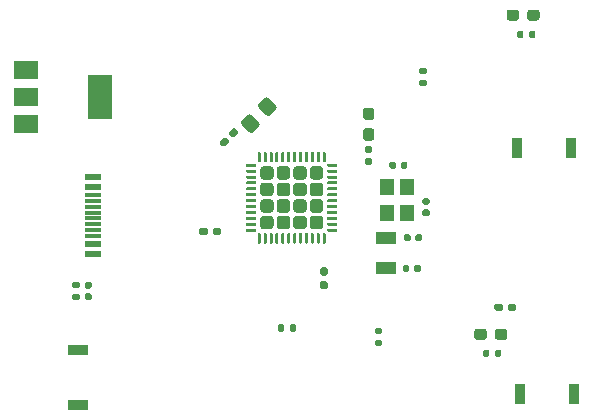
<source format=gbr>
G04 #@! TF.GenerationSoftware,KiCad,Pcbnew,(5.1.10-1-10_14)*
G04 #@! TF.CreationDate,2021-09-03T00:17:14+08:00*
G04 #@! TF.ProjectId,stm32f401_devboard,73746d33-3266-4343-9031-5f646576626f,rev?*
G04 #@! TF.SameCoordinates,Original*
G04 #@! TF.FileFunction,Paste,Top*
G04 #@! TF.FilePolarity,Positive*
%FSLAX46Y46*%
G04 Gerber Fmt 4.6, Leading zero omitted, Abs format (unit mm)*
G04 Created by KiCad (PCBNEW (5.1.10-1-10_14)) date 2021-09-03 00:17:14*
%MOMM*%
%LPD*%
G01*
G04 APERTURE LIST*
%ADD10R,1.200000X1.400000*%
%ADD11R,1.450000X0.600000*%
%ADD12R,1.450000X0.300000*%
%ADD13R,2.000000X1.500000*%
%ADD14R,2.000000X3.800000*%
%ADD15R,1.699997X0.899998*%
%ADD16R,0.899998X1.699997*%
%ADD17R,1.800000X1.000000*%
G04 APERTURE END LIST*
G36*
G01*
X106575000Y-102130000D02*
X106945000Y-102130000D01*
G75*
G02*
X107080000Y-102265000I0J-135000D01*
G01*
X107080000Y-102535000D01*
G75*
G02*
X106945000Y-102670000I-135000J0D01*
G01*
X106575000Y-102670000D01*
G75*
G02*
X106440000Y-102535000I0J135000D01*
G01*
X106440000Y-102265000D01*
G75*
G02*
X106575000Y-102130000I135000J0D01*
G01*
G37*
G36*
G01*
X106575000Y-101110000D02*
X106945000Y-101110000D01*
G75*
G02*
X107080000Y-101245000I0J-135000D01*
G01*
X107080000Y-101515000D01*
G75*
G02*
X106945000Y-101650000I-135000J0D01*
G01*
X106575000Y-101650000D01*
G75*
G02*
X106440000Y-101515000I0J135000D01*
G01*
X106440000Y-101245000D01*
G75*
G02*
X106575000Y-101110000I135000J0D01*
G01*
G37*
G36*
G01*
X107600000Y-102090000D02*
X107940000Y-102090000D01*
G75*
G02*
X108080000Y-102230000I0J-140000D01*
G01*
X108080000Y-102510000D01*
G75*
G02*
X107940000Y-102650000I-140000J0D01*
G01*
X107600000Y-102650000D01*
G75*
G02*
X107460000Y-102510000I0J140000D01*
G01*
X107460000Y-102230000D01*
G75*
G02*
X107600000Y-102090000I140000J0D01*
G01*
G37*
G36*
G01*
X107600000Y-101130000D02*
X107940000Y-101130000D01*
G75*
G02*
X108080000Y-101270000I0J-140000D01*
G01*
X108080000Y-101550000D01*
G75*
G02*
X107940000Y-101690000I-140000J0D01*
G01*
X107600000Y-101690000D01*
G75*
G02*
X107460000Y-101550000I0J140000D01*
G01*
X107460000Y-101270000D01*
G75*
G02*
X107600000Y-101130000I140000J0D01*
G01*
G37*
G36*
G01*
X141510000Y-105332500D02*
X141510000Y-105807500D01*
G75*
G02*
X141272500Y-106045000I-237500J0D01*
G01*
X140697500Y-106045000D01*
G75*
G02*
X140460000Y-105807500I0J237500D01*
G01*
X140460000Y-105332500D01*
G75*
G02*
X140697500Y-105095000I237500J0D01*
G01*
X141272500Y-105095000D01*
G75*
G02*
X141510000Y-105332500I0J-237500D01*
G01*
G37*
G36*
G01*
X143260000Y-105332500D02*
X143260000Y-105807500D01*
G75*
G02*
X143022500Y-106045000I-237500J0D01*
G01*
X142447500Y-106045000D01*
G75*
G02*
X142210000Y-105807500I0J237500D01*
G01*
X142210000Y-105332500D01*
G75*
G02*
X142447500Y-105095000I237500J0D01*
G01*
X143022500Y-105095000D01*
G75*
G02*
X143260000Y-105332500I0J-237500D01*
G01*
G37*
G36*
G01*
X144240000Y-78302500D02*
X144240000Y-78777500D01*
G75*
G02*
X144002500Y-79015000I-237500J0D01*
G01*
X143427500Y-79015000D01*
G75*
G02*
X143190000Y-78777500I0J237500D01*
G01*
X143190000Y-78302500D01*
G75*
G02*
X143427500Y-78065000I237500J0D01*
G01*
X144002500Y-78065000D01*
G75*
G02*
X144240000Y-78302500I0J-237500D01*
G01*
G37*
G36*
G01*
X145990000Y-78302500D02*
X145990000Y-78777500D01*
G75*
G02*
X145752500Y-79015000I-237500J0D01*
G01*
X145177500Y-79015000D01*
G75*
G02*
X144940000Y-78777500I0J237500D01*
G01*
X144940000Y-78302500D01*
G75*
G02*
X145177500Y-78065000I237500J0D01*
G01*
X145752500Y-78065000D01*
G75*
G02*
X145990000Y-78302500I0J-237500D01*
G01*
G37*
G36*
G01*
X127885000Y-100630000D02*
X127575000Y-100630000D01*
G75*
G02*
X127420000Y-100475000I0J155000D01*
G01*
X127420000Y-100050000D01*
G75*
G02*
X127575000Y-99895000I155000J0D01*
G01*
X127885000Y-99895000D01*
G75*
G02*
X128040000Y-100050000I0J-155000D01*
G01*
X128040000Y-100475000D01*
G75*
G02*
X127885000Y-100630000I-155000J0D01*
G01*
G37*
G36*
G01*
X127885000Y-101765000D02*
X127575000Y-101765000D01*
G75*
G02*
X127420000Y-101610000I0J155000D01*
G01*
X127420000Y-101185000D01*
G75*
G02*
X127575000Y-101030000I155000J0D01*
G01*
X127885000Y-101030000D01*
G75*
G02*
X128040000Y-101185000I0J-155000D01*
G01*
X128040000Y-101610000D01*
G75*
G02*
X127885000Y-101765000I-155000J0D01*
G01*
G37*
G36*
G01*
X118300000Y-97015000D02*
X118300000Y-96705000D01*
G75*
G02*
X118455000Y-96550000I155000J0D01*
G01*
X118880000Y-96550000D01*
G75*
G02*
X119035000Y-96705000I0J-155000D01*
G01*
X119035000Y-97015000D01*
G75*
G02*
X118880000Y-97170000I-155000J0D01*
G01*
X118455000Y-97170000D01*
G75*
G02*
X118300000Y-97015000I0J155000D01*
G01*
G37*
G36*
G01*
X117165000Y-97015000D02*
X117165000Y-96705000D01*
G75*
G02*
X117320000Y-96550000I155000J0D01*
G01*
X117745000Y-96550000D01*
G75*
G02*
X117900000Y-96705000I0J-155000D01*
G01*
X117900000Y-97015000D01*
G75*
G02*
X117745000Y-97170000I-155000J0D01*
G01*
X117320000Y-97170000D01*
G75*
G02*
X117165000Y-97015000I0J155000D01*
G01*
G37*
G36*
G01*
X119438978Y-88921819D02*
X119658181Y-89141022D01*
G75*
G02*
X119658181Y-89360226I-109602J-109602D01*
G01*
X119357660Y-89660747D01*
G75*
G02*
X119138456Y-89660747I-109602J109602D01*
G01*
X118919253Y-89441544D01*
G75*
G02*
X118919253Y-89222340I109602J109602D01*
G01*
X119219774Y-88921819D01*
G75*
G02*
X119438978Y-88921819I109602J-109602D01*
G01*
G37*
G36*
G01*
X120241544Y-88119253D02*
X120460747Y-88338456D01*
G75*
G02*
X120460747Y-88557660I-109602J-109602D01*
G01*
X120160226Y-88858181D01*
G75*
G02*
X119941022Y-88858181I-109602J109602D01*
G01*
X119721819Y-88638978D01*
G75*
G02*
X119721819Y-88419774I109602J109602D01*
G01*
X120022340Y-88119253D01*
G75*
G02*
X120241544Y-88119253I109602J-109602D01*
G01*
G37*
G36*
G01*
X143290000Y-103435000D02*
X143290000Y-103125000D01*
G75*
G02*
X143445000Y-102970000I155000J0D01*
G01*
X143870000Y-102970000D01*
G75*
G02*
X144025000Y-103125000I0J-155000D01*
G01*
X144025000Y-103435000D01*
G75*
G02*
X143870000Y-103590000I-155000J0D01*
G01*
X143445000Y-103590000D01*
G75*
G02*
X143290000Y-103435000I0J155000D01*
G01*
G37*
G36*
G01*
X142155000Y-103435000D02*
X142155000Y-103125000D01*
G75*
G02*
X142310000Y-102970000I155000J0D01*
G01*
X142735000Y-102970000D01*
G75*
G02*
X142890000Y-103125000I0J-155000D01*
G01*
X142890000Y-103435000D01*
G75*
G02*
X142735000Y-103590000I-155000J0D01*
G01*
X142310000Y-103590000D01*
G75*
G02*
X142155000Y-103435000I0J155000D01*
G01*
G37*
D10*
X133030000Y-95300000D03*
X133030000Y-93100000D03*
X134730000Y-93100000D03*
X134730000Y-95300000D03*
D11*
X108205000Y-98750000D03*
X108205000Y-97950000D03*
X108205000Y-93050000D03*
X108205000Y-92250000D03*
X108205000Y-92250000D03*
X108205000Y-93050000D03*
X108205000Y-97950000D03*
X108205000Y-98750000D03*
D12*
X108205000Y-93750000D03*
X108205000Y-94250000D03*
X108205000Y-94750000D03*
X108205000Y-95750000D03*
X108205000Y-96250000D03*
X108205000Y-96750000D03*
X108205000Y-97250000D03*
X108205000Y-95250000D03*
D13*
X102500000Y-83160000D03*
X102500000Y-87760000D03*
X102500000Y-85460000D03*
D14*
X108800000Y-85460000D03*
D15*
X106910000Y-106920030D03*
X106910000Y-111519970D03*
D16*
X144070030Y-89820000D03*
X148669970Y-89820000D03*
G36*
G01*
X135925000Y-84020000D02*
X136295000Y-84020000D01*
G75*
G02*
X136430000Y-84155000I0J-135000D01*
G01*
X136430000Y-84425000D01*
G75*
G02*
X136295000Y-84560000I-135000J0D01*
G01*
X135925000Y-84560000D01*
G75*
G02*
X135790000Y-84425000I0J135000D01*
G01*
X135790000Y-84155000D01*
G75*
G02*
X135925000Y-84020000I135000J0D01*
G01*
G37*
G36*
G01*
X135925000Y-83000000D02*
X136295000Y-83000000D01*
G75*
G02*
X136430000Y-83135000I0J-135000D01*
G01*
X136430000Y-83405000D01*
G75*
G02*
X136295000Y-83540000I-135000J0D01*
G01*
X135925000Y-83540000D01*
G75*
G02*
X135790000Y-83405000I0J135000D01*
G01*
X135790000Y-83135000D01*
G75*
G02*
X135925000Y-83000000I135000J0D01*
G01*
G37*
G36*
G01*
X131695000Y-90180000D02*
X131325000Y-90180000D01*
G75*
G02*
X131190000Y-90045000I0J135000D01*
G01*
X131190000Y-89775000D01*
G75*
G02*
X131325000Y-89640000I135000J0D01*
G01*
X131695000Y-89640000D01*
G75*
G02*
X131830000Y-89775000I0J-135000D01*
G01*
X131830000Y-90045000D01*
G75*
G02*
X131695000Y-90180000I-135000J0D01*
G01*
G37*
G36*
G01*
X131695000Y-91200000D02*
X131325000Y-91200000D01*
G75*
G02*
X131190000Y-91065000I0J135000D01*
G01*
X131190000Y-90795000D01*
G75*
G02*
X131325000Y-90660000I135000J0D01*
G01*
X131695000Y-90660000D01*
G75*
G02*
X131830000Y-90795000I0J-135000D01*
G01*
X131830000Y-91065000D01*
G75*
G02*
X131695000Y-91200000I-135000J0D01*
G01*
G37*
G36*
G01*
X141740000Y-106985000D02*
X141740000Y-107355000D01*
G75*
G02*
X141605000Y-107490000I-135000J0D01*
G01*
X141335000Y-107490000D01*
G75*
G02*
X141200000Y-107355000I0J135000D01*
G01*
X141200000Y-106985000D01*
G75*
G02*
X141335000Y-106850000I135000J0D01*
G01*
X141605000Y-106850000D01*
G75*
G02*
X141740000Y-106985000I0J-135000D01*
G01*
G37*
G36*
G01*
X142760000Y-106985000D02*
X142760000Y-107355000D01*
G75*
G02*
X142625000Y-107490000I-135000J0D01*
G01*
X142355000Y-107490000D01*
G75*
G02*
X142220000Y-107355000I0J135000D01*
G01*
X142220000Y-106985000D01*
G75*
G02*
X142355000Y-106850000I135000J0D01*
G01*
X142625000Y-106850000D01*
G75*
G02*
X142760000Y-106985000I0J-135000D01*
G01*
G37*
G36*
G01*
X144620000Y-79995000D02*
X144620000Y-80365000D01*
G75*
G02*
X144485000Y-80500000I-135000J0D01*
G01*
X144215000Y-80500000D01*
G75*
G02*
X144080000Y-80365000I0J135000D01*
G01*
X144080000Y-79995000D01*
G75*
G02*
X144215000Y-79860000I135000J0D01*
G01*
X144485000Y-79860000D01*
G75*
G02*
X144620000Y-79995000I0J-135000D01*
G01*
G37*
G36*
G01*
X145640000Y-79995000D02*
X145640000Y-80365000D01*
G75*
G02*
X145505000Y-80500000I-135000J0D01*
G01*
X145235000Y-80500000D01*
G75*
G02*
X145100000Y-80365000I0J135000D01*
G01*
X145100000Y-79995000D01*
G75*
G02*
X145235000Y-79860000I135000J0D01*
G01*
X145505000Y-79860000D01*
G75*
G02*
X145640000Y-79995000I0J-135000D01*
G01*
G37*
G36*
G01*
X124850000Y-105235000D02*
X124850000Y-104865000D01*
G75*
G02*
X124985000Y-104730000I135000J0D01*
G01*
X125255000Y-104730000D01*
G75*
G02*
X125390000Y-104865000I0J-135000D01*
G01*
X125390000Y-105235000D01*
G75*
G02*
X125255000Y-105370000I-135000J0D01*
G01*
X124985000Y-105370000D01*
G75*
G02*
X124850000Y-105235000I0J135000D01*
G01*
G37*
G36*
G01*
X123830000Y-105235000D02*
X123830000Y-104865000D01*
G75*
G02*
X123965000Y-104730000I135000J0D01*
G01*
X124235000Y-104730000D01*
G75*
G02*
X124370000Y-104865000I0J-135000D01*
G01*
X124370000Y-105235000D01*
G75*
G02*
X124235000Y-105370000I-135000J0D01*
G01*
X123965000Y-105370000D01*
G75*
G02*
X123830000Y-105235000I0J135000D01*
G01*
G37*
G36*
G01*
X132535000Y-105550000D02*
X132165000Y-105550000D01*
G75*
G02*
X132030000Y-105415000I0J135000D01*
G01*
X132030000Y-105145000D01*
G75*
G02*
X132165000Y-105010000I135000J0D01*
G01*
X132535000Y-105010000D01*
G75*
G02*
X132670000Y-105145000I0J-135000D01*
G01*
X132670000Y-105415000D01*
G75*
G02*
X132535000Y-105550000I-135000J0D01*
G01*
G37*
G36*
G01*
X132535000Y-106570000D02*
X132165000Y-106570000D01*
G75*
G02*
X132030000Y-106435000I0J135000D01*
G01*
X132030000Y-106165000D01*
G75*
G02*
X132165000Y-106030000I135000J0D01*
G01*
X132535000Y-106030000D01*
G75*
G02*
X132670000Y-106165000I0J-135000D01*
G01*
X132670000Y-106435000D01*
G75*
G02*
X132535000Y-106570000I-135000J0D01*
G01*
G37*
G36*
G01*
X134960000Y-99820000D02*
X134960000Y-100160000D01*
G75*
G02*
X134820000Y-100300000I-140000J0D01*
G01*
X134540000Y-100300000D01*
G75*
G02*
X134400000Y-100160000I0J140000D01*
G01*
X134400000Y-99820000D01*
G75*
G02*
X134540000Y-99680000I140000J0D01*
G01*
X134820000Y-99680000D01*
G75*
G02*
X134960000Y-99820000I0J-140000D01*
G01*
G37*
G36*
G01*
X135920000Y-99820000D02*
X135920000Y-100160000D01*
G75*
G02*
X135780000Y-100300000I-140000J0D01*
G01*
X135500000Y-100300000D01*
G75*
G02*
X135360000Y-100160000I0J140000D01*
G01*
X135360000Y-99820000D01*
G75*
G02*
X135500000Y-99680000I140000J0D01*
G01*
X135780000Y-99680000D01*
G75*
G02*
X135920000Y-99820000I0J-140000D01*
G01*
G37*
G36*
G01*
X135070000Y-97220000D02*
X135070000Y-97560000D01*
G75*
G02*
X134930000Y-97700000I-140000J0D01*
G01*
X134650000Y-97700000D01*
G75*
G02*
X134510000Y-97560000I0J140000D01*
G01*
X134510000Y-97220000D01*
G75*
G02*
X134650000Y-97080000I140000J0D01*
G01*
X134930000Y-97080000D01*
G75*
G02*
X135070000Y-97220000I0J-140000D01*
G01*
G37*
G36*
G01*
X136030000Y-97220000D02*
X136030000Y-97560000D01*
G75*
G02*
X135890000Y-97700000I-140000J0D01*
G01*
X135610000Y-97700000D01*
G75*
G02*
X135470000Y-97560000I0J140000D01*
G01*
X135470000Y-97220000D01*
G75*
G02*
X135610000Y-97080000I140000J0D01*
G01*
X135890000Y-97080000D01*
G75*
G02*
X136030000Y-97220000I0J-140000D01*
G01*
G37*
G36*
G01*
X133840000Y-91080000D02*
X133840000Y-91420000D01*
G75*
G02*
X133700000Y-91560000I-140000J0D01*
G01*
X133420000Y-91560000D01*
G75*
G02*
X133280000Y-91420000I0J140000D01*
G01*
X133280000Y-91080000D01*
G75*
G02*
X133420000Y-90940000I140000J0D01*
G01*
X133700000Y-90940000D01*
G75*
G02*
X133840000Y-91080000I0J-140000D01*
G01*
G37*
G36*
G01*
X134800000Y-91080000D02*
X134800000Y-91420000D01*
G75*
G02*
X134660000Y-91560000I-140000J0D01*
G01*
X134380000Y-91560000D01*
G75*
G02*
X134240000Y-91420000I0J140000D01*
G01*
X134240000Y-91080000D01*
G75*
G02*
X134380000Y-90940000I140000J0D01*
G01*
X134660000Y-90940000D01*
G75*
G02*
X134800000Y-91080000I0J-140000D01*
G01*
G37*
G36*
G01*
X136200000Y-94990000D02*
X136540000Y-94990000D01*
G75*
G02*
X136680000Y-95130000I0J-140000D01*
G01*
X136680000Y-95410000D01*
G75*
G02*
X136540000Y-95550000I-140000J0D01*
G01*
X136200000Y-95550000D01*
G75*
G02*
X136060000Y-95410000I0J140000D01*
G01*
X136060000Y-95130000D01*
G75*
G02*
X136200000Y-94990000I140000J0D01*
G01*
G37*
G36*
G01*
X136200000Y-94030000D02*
X136540000Y-94030000D01*
G75*
G02*
X136680000Y-94170000I0J-140000D01*
G01*
X136680000Y-94450000D01*
G75*
G02*
X136540000Y-94590000I-140000J0D01*
G01*
X136200000Y-94590000D01*
G75*
G02*
X136060000Y-94450000I0J140000D01*
G01*
X136060000Y-94170000D01*
G75*
G02*
X136200000Y-94030000I140000J0D01*
G01*
G37*
G36*
G01*
X131272500Y-88120000D02*
X131747500Y-88120000D01*
G75*
G02*
X131985000Y-88357500I0J-237500D01*
G01*
X131985000Y-88932500D01*
G75*
G02*
X131747500Y-89170000I-237500J0D01*
G01*
X131272500Y-89170000D01*
G75*
G02*
X131035000Y-88932500I0J237500D01*
G01*
X131035000Y-88357500D01*
G75*
G02*
X131272500Y-88120000I237500J0D01*
G01*
G37*
G36*
G01*
X131272500Y-86370000D02*
X131747500Y-86370000D01*
G75*
G02*
X131985000Y-86607500I0J-237500D01*
G01*
X131985000Y-87182500D01*
G75*
G02*
X131747500Y-87420000I-237500J0D01*
G01*
X131272500Y-87420000D01*
G75*
G02*
X131035000Y-87182500I0J237500D01*
G01*
X131035000Y-86607500D01*
G75*
G02*
X131272500Y-86370000I237500J0D01*
G01*
G37*
X144310030Y-110590000D03*
X148909970Y-110590000D03*
D17*
X133000000Y-99950000D03*
X133000000Y-97450000D03*
G36*
G01*
X123465000Y-91585000D02*
X123465000Y-92215000D01*
G75*
G02*
X123215000Y-92465000I-250000J0D01*
G01*
X122585000Y-92465000D01*
G75*
G02*
X122335000Y-92215000I0J250000D01*
G01*
X122335000Y-91585000D01*
G75*
G02*
X122585000Y-91335000I250000J0D01*
G01*
X123215000Y-91335000D01*
G75*
G02*
X123465000Y-91585000I0J-250000D01*
G01*
G37*
G36*
G01*
X123465000Y-92985000D02*
X123465000Y-93615000D01*
G75*
G02*
X123215000Y-93865000I-250000J0D01*
G01*
X122585000Y-93865000D01*
G75*
G02*
X122335000Y-93615000I0J250000D01*
G01*
X122335000Y-92985000D01*
G75*
G02*
X122585000Y-92735000I250000J0D01*
G01*
X123215000Y-92735000D01*
G75*
G02*
X123465000Y-92985000I0J-250000D01*
G01*
G37*
G36*
G01*
X123465000Y-94385000D02*
X123465000Y-95015000D01*
G75*
G02*
X123215000Y-95265000I-250000J0D01*
G01*
X122585000Y-95265000D01*
G75*
G02*
X122335000Y-95015000I0J250000D01*
G01*
X122335000Y-94385000D01*
G75*
G02*
X122585000Y-94135000I250000J0D01*
G01*
X123215000Y-94135000D01*
G75*
G02*
X123465000Y-94385000I0J-250000D01*
G01*
G37*
G36*
G01*
X123465000Y-95785000D02*
X123465000Y-96415000D01*
G75*
G02*
X123215000Y-96665000I-250000J0D01*
G01*
X122585000Y-96665000D01*
G75*
G02*
X122335000Y-96415000I0J250000D01*
G01*
X122335000Y-95785000D01*
G75*
G02*
X122585000Y-95535000I250000J0D01*
G01*
X123215000Y-95535000D01*
G75*
G02*
X123465000Y-95785000I0J-250000D01*
G01*
G37*
G36*
G01*
X124865000Y-91585000D02*
X124865000Y-92215000D01*
G75*
G02*
X124615000Y-92465000I-250000J0D01*
G01*
X123985000Y-92465000D01*
G75*
G02*
X123735000Y-92215000I0J250000D01*
G01*
X123735000Y-91585000D01*
G75*
G02*
X123985000Y-91335000I250000J0D01*
G01*
X124615000Y-91335000D01*
G75*
G02*
X124865000Y-91585000I0J-250000D01*
G01*
G37*
G36*
G01*
X124865000Y-92985000D02*
X124865000Y-93615000D01*
G75*
G02*
X124615000Y-93865000I-250000J0D01*
G01*
X123985000Y-93865000D01*
G75*
G02*
X123735000Y-93615000I0J250000D01*
G01*
X123735000Y-92985000D01*
G75*
G02*
X123985000Y-92735000I250000J0D01*
G01*
X124615000Y-92735000D01*
G75*
G02*
X124865000Y-92985000I0J-250000D01*
G01*
G37*
G36*
G01*
X124865000Y-94385000D02*
X124865000Y-95015000D01*
G75*
G02*
X124615000Y-95265000I-250000J0D01*
G01*
X123985000Y-95265000D01*
G75*
G02*
X123735000Y-95015000I0J250000D01*
G01*
X123735000Y-94385000D01*
G75*
G02*
X123985000Y-94135000I250000J0D01*
G01*
X124615000Y-94135000D01*
G75*
G02*
X124865000Y-94385000I0J-250000D01*
G01*
G37*
G36*
G01*
X124865000Y-95785000D02*
X124865000Y-96415000D01*
G75*
G02*
X124615000Y-96665000I-250000J0D01*
G01*
X123985000Y-96665000D01*
G75*
G02*
X123735000Y-96415000I0J250000D01*
G01*
X123735000Y-95785000D01*
G75*
G02*
X123985000Y-95535000I250000J0D01*
G01*
X124615000Y-95535000D01*
G75*
G02*
X124865000Y-95785000I0J-250000D01*
G01*
G37*
G36*
G01*
X126265000Y-91585000D02*
X126265000Y-92215000D01*
G75*
G02*
X126015000Y-92465000I-250000J0D01*
G01*
X125385000Y-92465000D01*
G75*
G02*
X125135000Y-92215000I0J250000D01*
G01*
X125135000Y-91585000D01*
G75*
G02*
X125385000Y-91335000I250000J0D01*
G01*
X126015000Y-91335000D01*
G75*
G02*
X126265000Y-91585000I0J-250000D01*
G01*
G37*
G36*
G01*
X126265000Y-92985000D02*
X126265000Y-93615000D01*
G75*
G02*
X126015000Y-93865000I-250000J0D01*
G01*
X125385000Y-93865000D01*
G75*
G02*
X125135000Y-93615000I0J250000D01*
G01*
X125135000Y-92985000D01*
G75*
G02*
X125385000Y-92735000I250000J0D01*
G01*
X126015000Y-92735000D01*
G75*
G02*
X126265000Y-92985000I0J-250000D01*
G01*
G37*
G36*
G01*
X126265000Y-94385000D02*
X126265000Y-95015000D01*
G75*
G02*
X126015000Y-95265000I-250000J0D01*
G01*
X125385000Y-95265000D01*
G75*
G02*
X125135000Y-95015000I0J250000D01*
G01*
X125135000Y-94385000D01*
G75*
G02*
X125385000Y-94135000I250000J0D01*
G01*
X126015000Y-94135000D01*
G75*
G02*
X126265000Y-94385000I0J-250000D01*
G01*
G37*
G36*
G01*
X126265000Y-95785000D02*
X126265000Y-96415000D01*
G75*
G02*
X126015000Y-96665000I-250000J0D01*
G01*
X125385000Y-96665000D01*
G75*
G02*
X125135000Y-96415000I0J250000D01*
G01*
X125135000Y-95785000D01*
G75*
G02*
X125385000Y-95535000I250000J0D01*
G01*
X126015000Y-95535000D01*
G75*
G02*
X126265000Y-95785000I0J-250000D01*
G01*
G37*
G36*
G01*
X127665000Y-91585000D02*
X127665000Y-92215000D01*
G75*
G02*
X127415000Y-92465000I-250000J0D01*
G01*
X126785000Y-92465000D01*
G75*
G02*
X126535000Y-92215000I0J250000D01*
G01*
X126535000Y-91585000D01*
G75*
G02*
X126785000Y-91335000I250000J0D01*
G01*
X127415000Y-91335000D01*
G75*
G02*
X127665000Y-91585000I0J-250000D01*
G01*
G37*
G36*
G01*
X127665000Y-92985000D02*
X127665000Y-93615000D01*
G75*
G02*
X127415000Y-93865000I-250000J0D01*
G01*
X126785000Y-93865000D01*
G75*
G02*
X126535000Y-93615000I0J250000D01*
G01*
X126535000Y-92985000D01*
G75*
G02*
X126785000Y-92735000I250000J0D01*
G01*
X127415000Y-92735000D01*
G75*
G02*
X127665000Y-92985000I0J-250000D01*
G01*
G37*
G36*
G01*
X127665000Y-94385000D02*
X127665000Y-95015000D01*
G75*
G02*
X127415000Y-95265000I-250000J0D01*
G01*
X126785000Y-95265000D01*
G75*
G02*
X126535000Y-95015000I0J250000D01*
G01*
X126535000Y-94385000D01*
G75*
G02*
X126785000Y-94135000I250000J0D01*
G01*
X127415000Y-94135000D01*
G75*
G02*
X127665000Y-94385000I0J-250000D01*
G01*
G37*
G36*
G01*
X127665000Y-95785000D02*
X127665000Y-96415000D01*
G75*
G02*
X127415000Y-96665000I-250000J0D01*
G01*
X126785000Y-96665000D01*
G75*
G02*
X126535000Y-96415000I0J250000D01*
G01*
X126535000Y-95785000D01*
G75*
G02*
X126785000Y-95535000I250000J0D01*
G01*
X127415000Y-95535000D01*
G75*
G02*
X127665000Y-95785000I0J-250000D01*
G01*
G37*
G36*
G01*
X127875000Y-97062500D02*
X127875000Y-97812500D01*
G75*
G02*
X127812500Y-97875000I-62500J0D01*
G01*
X127687500Y-97875000D01*
G75*
G02*
X127625000Y-97812500I0J62500D01*
G01*
X127625000Y-97062500D01*
G75*
G02*
X127687500Y-97000000I62500J0D01*
G01*
X127812500Y-97000000D01*
G75*
G02*
X127875000Y-97062500I0J-62500D01*
G01*
G37*
G36*
G01*
X127375000Y-97062500D02*
X127375000Y-97812500D01*
G75*
G02*
X127312500Y-97875000I-62500J0D01*
G01*
X127187500Y-97875000D01*
G75*
G02*
X127125000Y-97812500I0J62500D01*
G01*
X127125000Y-97062500D01*
G75*
G02*
X127187500Y-97000000I62500J0D01*
G01*
X127312500Y-97000000D01*
G75*
G02*
X127375000Y-97062500I0J-62500D01*
G01*
G37*
G36*
G01*
X126875000Y-97062500D02*
X126875000Y-97812500D01*
G75*
G02*
X126812500Y-97875000I-62500J0D01*
G01*
X126687500Y-97875000D01*
G75*
G02*
X126625000Y-97812500I0J62500D01*
G01*
X126625000Y-97062500D01*
G75*
G02*
X126687500Y-97000000I62500J0D01*
G01*
X126812500Y-97000000D01*
G75*
G02*
X126875000Y-97062500I0J-62500D01*
G01*
G37*
G36*
G01*
X126375000Y-97062500D02*
X126375000Y-97812500D01*
G75*
G02*
X126312500Y-97875000I-62500J0D01*
G01*
X126187500Y-97875000D01*
G75*
G02*
X126125000Y-97812500I0J62500D01*
G01*
X126125000Y-97062500D01*
G75*
G02*
X126187500Y-97000000I62500J0D01*
G01*
X126312500Y-97000000D01*
G75*
G02*
X126375000Y-97062500I0J-62500D01*
G01*
G37*
G36*
G01*
X125875000Y-97062500D02*
X125875000Y-97812500D01*
G75*
G02*
X125812500Y-97875000I-62500J0D01*
G01*
X125687500Y-97875000D01*
G75*
G02*
X125625000Y-97812500I0J62500D01*
G01*
X125625000Y-97062500D01*
G75*
G02*
X125687500Y-97000000I62500J0D01*
G01*
X125812500Y-97000000D01*
G75*
G02*
X125875000Y-97062500I0J-62500D01*
G01*
G37*
G36*
G01*
X125375000Y-97062500D02*
X125375000Y-97812500D01*
G75*
G02*
X125312500Y-97875000I-62500J0D01*
G01*
X125187500Y-97875000D01*
G75*
G02*
X125125000Y-97812500I0J62500D01*
G01*
X125125000Y-97062500D01*
G75*
G02*
X125187500Y-97000000I62500J0D01*
G01*
X125312500Y-97000000D01*
G75*
G02*
X125375000Y-97062500I0J-62500D01*
G01*
G37*
G36*
G01*
X124875000Y-97062500D02*
X124875000Y-97812500D01*
G75*
G02*
X124812500Y-97875000I-62500J0D01*
G01*
X124687500Y-97875000D01*
G75*
G02*
X124625000Y-97812500I0J62500D01*
G01*
X124625000Y-97062500D01*
G75*
G02*
X124687500Y-97000000I62500J0D01*
G01*
X124812500Y-97000000D01*
G75*
G02*
X124875000Y-97062500I0J-62500D01*
G01*
G37*
G36*
G01*
X124375000Y-97062500D02*
X124375000Y-97812500D01*
G75*
G02*
X124312500Y-97875000I-62500J0D01*
G01*
X124187500Y-97875000D01*
G75*
G02*
X124125000Y-97812500I0J62500D01*
G01*
X124125000Y-97062500D01*
G75*
G02*
X124187500Y-97000000I62500J0D01*
G01*
X124312500Y-97000000D01*
G75*
G02*
X124375000Y-97062500I0J-62500D01*
G01*
G37*
G36*
G01*
X123875000Y-97062500D02*
X123875000Y-97812500D01*
G75*
G02*
X123812500Y-97875000I-62500J0D01*
G01*
X123687500Y-97875000D01*
G75*
G02*
X123625000Y-97812500I0J62500D01*
G01*
X123625000Y-97062500D01*
G75*
G02*
X123687500Y-97000000I62500J0D01*
G01*
X123812500Y-97000000D01*
G75*
G02*
X123875000Y-97062500I0J-62500D01*
G01*
G37*
G36*
G01*
X123375000Y-97062500D02*
X123375000Y-97812500D01*
G75*
G02*
X123312500Y-97875000I-62500J0D01*
G01*
X123187500Y-97875000D01*
G75*
G02*
X123125000Y-97812500I0J62500D01*
G01*
X123125000Y-97062500D01*
G75*
G02*
X123187500Y-97000000I62500J0D01*
G01*
X123312500Y-97000000D01*
G75*
G02*
X123375000Y-97062500I0J-62500D01*
G01*
G37*
G36*
G01*
X122875000Y-97062500D02*
X122875000Y-97812500D01*
G75*
G02*
X122812500Y-97875000I-62500J0D01*
G01*
X122687500Y-97875000D01*
G75*
G02*
X122625000Y-97812500I0J62500D01*
G01*
X122625000Y-97062500D01*
G75*
G02*
X122687500Y-97000000I62500J0D01*
G01*
X122812500Y-97000000D01*
G75*
G02*
X122875000Y-97062500I0J-62500D01*
G01*
G37*
G36*
G01*
X122375000Y-97062500D02*
X122375000Y-97812500D01*
G75*
G02*
X122312500Y-97875000I-62500J0D01*
G01*
X122187500Y-97875000D01*
G75*
G02*
X122125000Y-97812500I0J62500D01*
G01*
X122125000Y-97062500D01*
G75*
G02*
X122187500Y-97000000I62500J0D01*
G01*
X122312500Y-97000000D01*
G75*
G02*
X122375000Y-97062500I0J-62500D01*
G01*
G37*
G36*
G01*
X122000000Y-96687500D02*
X122000000Y-96812500D01*
G75*
G02*
X121937500Y-96875000I-62500J0D01*
G01*
X121187500Y-96875000D01*
G75*
G02*
X121125000Y-96812500I0J62500D01*
G01*
X121125000Y-96687500D01*
G75*
G02*
X121187500Y-96625000I62500J0D01*
G01*
X121937500Y-96625000D01*
G75*
G02*
X122000000Y-96687500I0J-62500D01*
G01*
G37*
G36*
G01*
X122000000Y-96187500D02*
X122000000Y-96312500D01*
G75*
G02*
X121937500Y-96375000I-62500J0D01*
G01*
X121187500Y-96375000D01*
G75*
G02*
X121125000Y-96312500I0J62500D01*
G01*
X121125000Y-96187500D01*
G75*
G02*
X121187500Y-96125000I62500J0D01*
G01*
X121937500Y-96125000D01*
G75*
G02*
X122000000Y-96187500I0J-62500D01*
G01*
G37*
G36*
G01*
X122000000Y-95687500D02*
X122000000Y-95812500D01*
G75*
G02*
X121937500Y-95875000I-62500J0D01*
G01*
X121187500Y-95875000D01*
G75*
G02*
X121125000Y-95812500I0J62500D01*
G01*
X121125000Y-95687500D01*
G75*
G02*
X121187500Y-95625000I62500J0D01*
G01*
X121937500Y-95625000D01*
G75*
G02*
X122000000Y-95687500I0J-62500D01*
G01*
G37*
G36*
G01*
X122000000Y-95187500D02*
X122000000Y-95312500D01*
G75*
G02*
X121937500Y-95375000I-62500J0D01*
G01*
X121187500Y-95375000D01*
G75*
G02*
X121125000Y-95312500I0J62500D01*
G01*
X121125000Y-95187500D01*
G75*
G02*
X121187500Y-95125000I62500J0D01*
G01*
X121937500Y-95125000D01*
G75*
G02*
X122000000Y-95187500I0J-62500D01*
G01*
G37*
G36*
G01*
X122000000Y-94687500D02*
X122000000Y-94812500D01*
G75*
G02*
X121937500Y-94875000I-62500J0D01*
G01*
X121187500Y-94875000D01*
G75*
G02*
X121125000Y-94812500I0J62500D01*
G01*
X121125000Y-94687500D01*
G75*
G02*
X121187500Y-94625000I62500J0D01*
G01*
X121937500Y-94625000D01*
G75*
G02*
X122000000Y-94687500I0J-62500D01*
G01*
G37*
G36*
G01*
X122000000Y-94187500D02*
X122000000Y-94312500D01*
G75*
G02*
X121937500Y-94375000I-62500J0D01*
G01*
X121187500Y-94375000D01*
G75*
G02*
X121125000Y-94312500I0J62500D01*
G01*
X121125000Y-94187500D01*
G75*
G02*
X121187500Y-94125000I62500J0D01*
G01*
X121937500Y-94125000D01*
G75*
G02*
X122000000Y-94187500I0J-62500D01*
G01*
G37*
G36*
G01*
X122000000Y-93687500D02*
X122000000Y-93812500D01*
G75*
G02*
X121937500Y-93875000I-62500J0D01*
G01*
X121187500Y-93875000D01*
G75*
G02*
X121125000Y-93812500I0J62500D01*
G01*
X121125000Y-93687500D01*
G75*
G02*
X121187500Y-93625000I62500J0D01*
G01*
X121937500Y-93625000D01*
G75*
G02*
X122000000Y-93687500I0J-62500D01*
G01*
G37*
G36*
G01*
X122000000Y-93187500D02*
X122000000Y-93312500D01*
G75*
G02*
X121937500Y-93375000I-62500J0D01*
G01*
X121187500Y-93375000D01*
G75*
G02*
X121125000Y-93312500I0J62500D01*
G01*
X121125000Y-93187500D01*
G75*
G02*
X121187500Y-93125000I62500J0D01*
G01*
X121937500Y-93125000D01*
G75*
G02*
X122000000Y-93187500I0J-62500D01*
G01*
G37*
G36*
G01*
X122000000Y-92687500D02*
X122000000Y-92812500D01*
G75*
G02*
X121937500Y-92875000I-62500J0D01*
G01*
X121187500Y-92875000D01*
G75*
G02*
X121125000Y-92812500I0J62500D01*
G01*
X121125000Y-92687500D01*
G75*
G02*
X121187500Y-92625000I62500J0D01*
G01*
X121937500Y-92625000D01*
G75*
G02*
X122000000Y-92687500I0J-62500D01*
G01*
G37*
G36*
G01*
X122000000Y-92187500D02*
X122000000Y-92312500D01*
G75*
G02*
X121937500Y-92375000I-62500J0D01*
G01*
X121187500Y-92375000D01*
G75*
G02*
X121125000Y-92312500I0J62500D01*
G01*
X121125000Y-92187500D01*
G75*
G02*
X121187500Y-92125000I62500J0D01*
G01*
X121937500Y-92125000D01*
G75*
G02*
X122000000Y-92187500I0J-62500D01*
G01*
G37*
G36*
G01*
X122000000Y-91687500D02*
X122000000Y-91812500D01*
G75*
G02*
X121937500Y-91875000I-62500J0D01*
G01*
X121187500Y-91875000D01*
G75*
G02*
X121125000Y-91812500I0J62500D01*
G01*
X121125000Y-91687500D01*
G75*
G02*
X121187500Y-91625000I62500J0D01*
G01*
X121937500Y-91625000D01*
G75*
G02*
X122000000Y-91687500I0J-62500D01*
G01*
G37*
G36*
G01*
X122000000Y-91187500D02*
X122000000Y-91312500D01*
G75*
G02*
X121937500Y-91375000I-62500J0D01*
G01*
X121187500Y-91375000D01*
G75*
G02*
X121125000Y-91312500I0J62500D01*
G01*
X121125000Y-91187500D01*
G75*
G02*
X121187500Y-91125000I62500J0D01*
G01*
X121937500Y-91125000D01*
G75*
G02*
X122000000Y-91187500I0J-62500D01*
G01*
G37*
G36*
G01*
X122375000Y-90187500D02*
X122375000Y-90937500D01*
G75*
G02*
X122312500Y-91000000I-62500J0D01*
G01*
X122187500Y-91000000D01*
G75*
G02*
X122125000Y-90937500I0J62500D01*
G01*
X122125000Y-90187500D01*
G75*
G02*
X122187500Y-90125000I62500J0D01*
G01*
X122312500Y-90125000D01*
G75*
G02*
X122375000Y-90187500I0J-62500D01*
G01*
G37*
G36*
G01*
X122875000Y-90187500D02*
X122875000Y-90937500D01*
G75*
G02*
X122812500Y-91000000I-62500J0D01*
G01*
X122687500Y-91000000D01*
G75*
G02*
X122625000Y-90937500I0J62500D01*
G01*
X122625000Y-90187500D01*
G75*
G02*
X122687500Y-90125000I62500J0D01*
G01*
X122812500Y-90125000D01*
G75*
G02*
X122875000Y-90187500I0J-62500D01*
G01*
G37*
G36*
G01*
X123375000Y-90187500D02*
X123375000Y-90937500D01*
G75*
G02*
X123312500Y-91000000I-62500J0D01*
G01*
X123187500Y-91000000D01*
G75*
G02*
X123125000Y-90937500I0J62500D01*
G01*
X123125000Y-90187500D01*
G75*
G02*
X123187500Y-90125000I62500J0D01*
G01*
X123312500Y-90125000D01*
G75*
G02*
X123375000Y-90187500I0J-62500D01*
G01*
G37*
G36*
G01*
X123875000Y-90187500D02*
X123875000Y-90937500D01*
G75*
G02*
X123812500Y-91000000I-62500J0D01*
G01*
X123687500Y-91000000D01*
G75*
G02*
X123625000Y-90937500I0J62500D01*
G01*
X123625000Y-90187500D01*
G75*
G02*
X123687500Y-90125000I62500J0D01*
G01*
X123812500Y-90125000D01*
G75*
G02*
X123875000Y-90187500I0J-62500D01*
G01*
G37*
G36*
G01*
X124375000Y-90187500D02*
X124375000Y-90937500D01*
G75*
G02*
X124312500Y-91000000I-62500J0D01*
G01*
X124187500Y-91000000D01*
G75*
G02*
X124125000Y-90937500I0J62500D01*
G01*
X124125000Y-90187500D01*
G75*
G02*
X124187500Y-90125000I62500J0D01*
G01*
X124312500Y-90125000D01*
G75*
G02*
X124375000Y-90187500I0J-62500D01*
G01*
G37*
G36*
G01*
X124875000Y-90187500D02*
X124875000Y-90937500D01*
G75*
G02*
X124812500Y-91000000I-62500J0D01*
G01*
X124687500Y-91000000D01*
G75*
G02*
X124625000Y-90937500I0J62500D01*
G01*
X124625000Y-90187500D01*
G75*
G02*
X124687500Y-90125000I62500J0D01*
G01*
X124812500Y-90125000D01*
G75*
G02*
X124875000Y-90187500I0J-62500D01*
G01*
G37*
G36*
G01*
X125375000Y-90187500D02*
X125375000Y-90937500D01*
G75*
G02*
X125312500Y-91000000I-62500J0D01*
G01*
X125187500Y-91000000D01*
G75*
G02*
X125125000Y-90937500I0J62500D01*
G01*
X125125000Y-90187500D01*
G75*
G02*
X125187500Y-90125000I62500J0D01*
G01*
X125312500Y-90125000D01*
G75*
G02*
X125375000Y-90187500I0J-62500D01*
G01*
G37*
G36*
G01*
X125875000Y-90187500D02*
X125875000Y-90937500D01*
G75*
G02*
X125812500Y-91000000I-62500J0D01*
G01*
X125687500Y-91000000D01*
G75*
G02*
X125625000Y-90937500I0J62500D01*
G01*
X125625000Y-90187500D01*
G75*
G02*
X125687500Y-90125000I62500J0D01*
G01*
X125812500Y-90125000D01*
G75*
G02*
X125875000Y-90187500I0J-62500D01*
G01*
G37*
G36*
G01*
X126375000Y-90187500D02*
X126375000Y-90937500D01*
G75*
G02*
X126312500Y-91000000I-62500J0D01*
G01*
X126187500Y-91000000D01*
G75*
G02*
X126125000Y-90937500I0J62500D01*
G01*
X126125000Y-90187500D01*
G75*
G02*
X126187500Y-90125000I62500J0D01*
G01*
X126312500Y-90125000D01*
G75*
G02*
X126375000Y-90187500I0J-62500D01*
G01*
G37*
G36*
G01*
X126875000Y-90187500D02*
X126875000Y-90937500D01*
G75*
G02*
X126812500Y-91000000I-62500J0D01*
G01*
X126687500Y-91000000D01*
G75*
G02*
X126625000Y-90937500I0J62500D01*
G01*
X126625000Y-90187500D01*
G75*
G02*
X126687500Y-90125000I62500J0D01*
G01*
X126812500Y-90125000D01*
G75*
G02*
X126875000Y-90187500I0J-62500D01*
G01*
G37*
G36*
G01*
X127375000Y-90187500D02*
X127375000Y-90937500D01*
G75*
G02*
X127312500Y-91000000I-62500J0D01*
G01*
X127187500Y-91000000D01*
G75*
G02*
X127125000Y-90937500I0J62500D01*
G01*
X127125000Y-90187500D01*
G75*
G02*
X127187500Y-90125000I62500J0D01*
G01*
X127312500Y-90125000D01*
G75*
G02*
X127375000Y-90187500I0J-62500D01*
G01*
G37*
G36*
G01*
X127875000Y-90187500D02*
X127875000Y-90937500D01*
G75*
G02*
X127812500Y-91000000I-62500J0D01*
G01*
X127687500Y-91000000D01*
G75*
G02*
X127625000Y-90937500I0J62500D01*
G01*
X127625000Y-90187500D01*
G75*
G02*
X127687500Y-90125000I62500J0D01*
G01*
X127812500Y-90125000D01*
G75*
G02*
X127875000Y-90187500I0J-62500D01*
G01*
G37*
G36*
G01*
X128875000Y-91187500D02*
X128875000Y-91312500D01*
G75*
G02*
X128812500Y-91375000I-62500J0D01*
G01*
X128062500Y-91375000D01*
G75*
G02*
X128000000Y-91312500I0J62500D01*
G01*
X128000000Y-91187500D01*
G75*
G02*
X128062500Y-91125000I62500J0D01*
G01*
X128812500Y-91125000D01*
G75*
G02*
X128875000Y-91187500I0J-62500D01*
G01*
G37*
G36*
G01*
X128875000Y-91687500D02*
X128875000Y-91812500D01*
G75*
G02*
X128812500Y-91875000I-62500J0D01*
G01*
X128062500Y-91875000D01*
G75*
G02*
X128000000Y-91812500I0J62500D01*
G01*
X128000000Y-91687500D01*
G75*
G02*
X128062500Y-91625000I62500J0D01*
G01*
X128812500Y-91625000D01*
G75*
G02*
X128875000Y-91687500I0J-62500D01*
G01*
G37*
G36*
G01*
X128875000Y-92187500D02*
X128875000Y-92312500D01*
G75*
G02*
X128812500Y-92375000I-62500J0D01*
G01*
X128062500Y-92375000D01*
G75*
G02*
X128000000Y-92312500I0J62500D01*
G01*
X128000000Y-92187500D01*
G75*
G02*
X128062500Y-92125000I62500J0D01*
G01*
X128812500Y-92125000D01*
G75*
G02*
X128875000Y-92187500I0J-62500D01*
G01*
G37*
G36*
G01*
X128875000Y-92687500D02*
X128875000Y-92812500D01*
G75*
G02*
X128812500Y-92875000I-62500J0D01*
G01*
X128062500Y-92875000D01*
G75*
G02*
X128000000Y-92812500I0J62500D01*
G01*
X128000000Y-92687500D01*
G75*
G02*
X128062500Y-92625000I62500J0D01*
G01*
X128812500Y-92625000D01*
G75*
G02*
X128875000Y-92687500I0J-62500D01*
G01*
G37*
G36*
G01*
X128875000Y-93187500D02*
X128875000Y-93312500D01*
G75*
G02*
X128812500Y-93375000I-62500J0D01*
G01*
X128062500Y-93375000D01*
G75*
G02*
X128000000Y-93312500I0J62500D01*
G01*
X128000000Y-93187500D01*
G75*
G02*
X128062500Y-93125000I62500J0D01*
G01*
X128812500Y-93125000D01*
G75*
G02*
X128875000Y-93187500I0J-62500D01*
G01*
G37*
G36*
G01*
X128875000Y-93687500D02*
X128875000Y-93812500D01*
G75*
G02*
X128812500Y-93875000I-62500J0D01*
G01*
X128062500Y-93875000D01*
G75*
G02*
X128000000Y-93812500I0J62500D01*
G01*
X128000000Y-93687500D01*
G75*
G02*
X128062500Y-93625000I62500J0D01*
G01*
X128812500Y-93625000D01*
G75*
G02*
X128875000Y-93687500I0J-62500D01*
G01*
G37*
G36*
G01*
X128875000Y-94187500D02*
X128875000Y-94312500D01*
G75*
G02*
X128812500Y-94375000I-62500J0D01*
G01*
X128062500Y-94375000D01*
G75*
G02*
X128000000Y-94312500I0J62500D01*
G01*
X128000000Y-94187500D01*
G75*
G02*
X128062500Y-94125000I62500J0D01*
G01*
X128812500Y-94125000D01*
G75*
G02*
X128875000Y-94187500I0J-62500D01*
G01*
G37*
G36*
G01*
X128875000Y-94687500D02*
X128875000Y-94812500D01*
G75*
G02*
X128812500Y-94875000I-62500J0D01*
G01*
X128062500Y-94875000D01*
G75*
G02*
X128000000Y-94812500I0J62500D01*
G01*
X128000000Y-94687500D01*
G75*
G02*
X128062500Y-94625000I62500J0D01*
G01*
X128812500Y-94625000D01*
G75*
G02*
X128875000Y-94687500I0J-62500D01*
G01*
G37*
G36*
G01*
X128875000Y-95187500D02*
X128875000Y-95312500D01*
G75*
G02*
X128812500Y-95375000I-62500J0D01*
G01*
X128062500Y-95375000D01*
G75*
G02*
X128000000Y-95312500I0J62500D01*
G01*
X128000000Y-95187500D01*
G75*
G02*
X128062500Y-95125000I62500J0D01*
G01*
X128812500Y-95125000D01*
G75*
G02*
X128875000Y-95187500I0J-62500D01*
G01*
G37*
G36*
G01*
X128875000Y-95687500D02*
X128875000Y-95812500D01*
G75*
G02*
X128812500Y-95875000I-62500J0D01*
G01*
X128062500Y-95875000D01*
G75*
G02*
X128000000Y-95812500I0J62500D01*
G01*
X128000000Y-95687500D01*
G75*
G02*
X128062500Y-95625000I62500J0D01*
G01*
X128812500Y-95625000D01*
G75*
G02*
X128875000Y-95687500I0J-62500D01*
G01*
G37*
G36*
G01*
X128875000Y-96187500D02*
X128875000Y-96312500D01*
G75*
G02*
X128812500Y-96375000I-62500J0D01*
G01*
X128062500Y-96375000D01*
G75*
G02*
X128000000Y-96312500I0J62500D01*
G01*
X128000000Y-96187500D01*
G75*
G02*
X128062500Y-96125000I62500J0D01*
G01*
X128812500Y-96125000D01*
G75*
G02*
X128875000Y-96187500I0J-62500D01*
G01*
G37*
G36*
G01*
X128875000Y-96687500D02*
X128875000Y-96812500D01*
G75*
G02*
X128812500Y-96875000I-62500J0D01*
G01*
X128062500Y-96875000D01*
G75*
G02*
X128000000Y-96812500I0J62500D01*
G01*
X128000000Y-96687500D01*
G75*
G02*
X128062500Y-96625000I62500J0D01*
G01*
X128812500Y-96625000D01*
G75*
G02*
X128875000Y-96687500I0J-62500D01*
G01*
G37*
G36*
G01*
X122856396Y-87010001D02*
X122219999Y-86373604D01*
G75*
G02*
X122219999Y-86020052I176776J176776D01*
G01*
X122679620Y-85560431D01*
G75*
G02*
X123033172Y-85560431I176776J-176776D01*
G01*
X123669569Y-86196828D01*
G75*
G02*
X123669569Y-86550380I-176776J-176776D01*
G01*
X123209948Y-87010001D01*
G75*
G02*
X122856396Y-87010001I-176776J176776D01*
G01*
G37*
G36*
G01*
X121406828Y-88459569D02*
X120770431Y-87823172D01*
G75*
G02*
X120770431Y-87469620I176776J176776D01*
G01*
X121230052Y-87009999D01*
G75*
G02*
X121583604Y-87009999I176776J-176776D01*
G01*
X122220001Y-87646396D01*
G75*
G02*
X122220001Y-87999948I-176776J-176776D01*
G01*
X121760380Y-88459569D01*
G75*
G02*
X121406828Y-88459569I-176776J176776D01*
G01*
G37*
M02*

</source>
